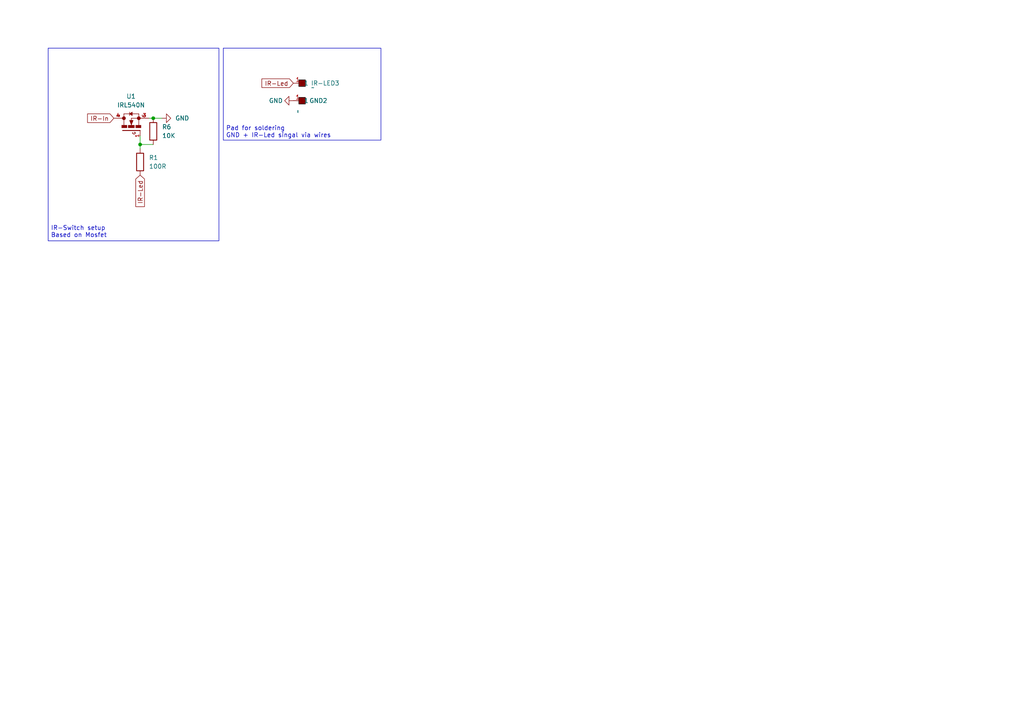
<source format=kicad_sch>
(kicad_sch (version 20250114) (generator "eeschema") (generator_version "9.0")
  (paper "A4")
  (lib_symbols
    (symbol "Device:R" (pin_numbers (hide yes)) (pin_names (offset 0))
      (property "Reference" "R" (at 2.032 0 90))
      (property "Value" "R" (at 0 0 90))
      (symbol "R_0_1"
        (rectangle (start -1.016 -2.54) (end 1.016 2.54) (stroke (width 0.254)))
      )
      (symbol "R_1_1"
        (pin passive line (at 0 3.81 270) (length 1.27) (name "~") (number "1"))
        (pin passive line (at 0 -3.81 90) (length 1.27) (name "~") (number "2"))
      )
    )
    (symbol "N-G:IRL540N" (pin_names (offset 1.016))
      (property "Reference" "U" (at 0.254 4.318 0))
      (property "Value" "IRL540N" (at 3.81 2.286 0))
      (symbol "IRL540N_0_0"
        (polyline (pts (xy -2.54 0) (xy -2.159 0)) (stroke (width 0.1524)))
        (polyline (pts (xy -2.54 -3.556) (xy 2.54 -3.556)) (stroke (width 0.254)))
        (polyline (pts (xy -2.159 1.27) (xy -2.159 0)) (stroke (width 0.1524)))
        (circle (center -2.159 0) (radius 0.127) (stroke (width 0.4064)))
        (polyline (pts (xy -2.159 0) (xy -2.159 -2.0066)) (stroke (width 0.1524)))
        (rectangle (start -1.27 -2.794) (end -2.794 -2.032) (stroke (width 0.1)) (fill (type outline)))
        (polyline (pts (xy -0.508 1.27) (xy -2.159 1.27)) (stroke (width 0.1524)))
        (polyline (pts (xy -0.508 1.27) (xy -0.508 1.778)) (stroke (width 0.1524)))
        (polyline (pts (xy -0.508 1.27) (xy 0.254 0.762) (xy 0.254 1.778) (xy -0.508 1.27)) (stroke (width 0.1524)) (fill (type outline)))
        (polyline (pts (xy -0.508 0.762) (xy -0.508 1.27)) (stroke (width 0.1524)))
        (polyline (pts (xy 0 0) (xy 2.159 0)) (stroke (width 0.1524)))
        (polyline (pts (xy 0 -1.905) (xy 0.508 -0.635) (xy -0.508 -0.635) (xy 0 -1.905)) (stroke (width 0.1524)) (fill (type outline)))
        (polyline (pts (xy 0 -2.159) (xy 0 0)) (stroke (width 0.1524)))
        (rectangle (start 0.889 -2.794) (end -0.889 -2.032) (stroke (width 0.1)) (fill (type outline)))
        (polyline (pts (xy 2.159 1.27) (xy 0.127 1.27)) (stroke (width 0.1524)))
        (polyline (pts (xy 2.159 1.27) (xy 2.159 0)) (stroke (width 0.1524)))
        (polyline (pts (xy 2.159 0) (xy 2.54 0)) (stroke (width 0.1524)))
        (circle (center 2.159 0) (radius 0.127) (stroke (width 0.4064)))
        (polyline (pts (xy 2.159 -2.032) (xy 2.159 0)) (stroke (width 0.1524)))
        (polyline (pts (xy 2.54 -3.556) (xy 2.54 -5.08)) (stroke (width 0.1524)))
        (rectangle (start 2.794 -2.794) (end 1.27 -2.032) (stroke (width 0.1)) (fill (type outline)))
        (text "D" (at -3.302 0.254 900) (effects (font (size 0.8128 0.8128)) (justify left bottom)))
        (text "G" (at 1.27 -4.826 900) (effects (font (size 0.8128 0.8128)) (justify left bottom)))
        (text "S" (at 4.064 0.254 900) (effects (font (size 0.8128 0.8128)) (justify left bottom)))
        (pin passive line (at 2.54 -5.08 90) (length 0) (name "~") (number "1"))
        (pin passive line (at 5.08 0 180) (length 2.54) (name "~") (number "3"))
      )
      (symbol "IRL540N_1_0"
        (pin passive line (at -5.08 0 0) (length 2.54) (name "~") (number "4"))
      )
    )
    (symbol "N-G:Pad-3.5mm"
      (property "Reference" "Pad1" (at 0.508 2.032 0))
      (symbol "Pad-3.5mm_1_1"
        (rectangle (start 0.3175 0.9525) (end 2.2225 -0.9525) (stroke (width 0) (color 0 0 0 1)) (fill (type color) (color 132 0 0 1)))
        (pin input line (at -1.27 0 0) (length 2.54) (name "1") (number "1"))
      )
    )
    (symbol "power:GND" (power) (pin_numbers (hide yes)) (pin_names (offset 0) (hide yes))
      (property "Value" "GND" (at 0 -3.81 0))
      (symbol "GND_0_1"
        (polyline (pts (xy 0 0) (xy 0 -1.27) (xy 1.27 -1.27) (xy 0 -2.54) (xy -1.27 -1.27) (xy 0 -1.27)))
      )
      (symbol "GND_1_1"
        (pin power_in line (at 0 0 270) (length 0) (name "~") (number "1"))
      )
    )
  )
  (rectangle (start 13.97 13.97) (end 63.5 69.85))
  (rectangle (start 64.77 13.97) (end 110.49 40.64))
  (text "Pad for soldering\nGND + IR-Led singal via wires" (at 65.532 38.354 0) (effects (font (size 1.27 1.27)) (justify left)))
  (text "IR-Switch setup \nBased on Mosfet" (at 14.732 67.31 0) (effects (font (size 1.27 1.27)) (justify left)))
  (junction (at 40.64 41.91))
  (junction (at 44.45 34.29))
  (wire (pts (xy 44.45 34.29) (xy 43.18 34.29)))
  (wire (pts (xy 40.64 41.91) (xy 40.64 39.37)))
  (wire (pts (xy 40.64 41.91) (xy 44.45 41.91)))
  (wire (pts (xy 46.99 34.29) (xy 44.45 34.29)))
  (wire (pts (xy 40.64 43.18) (xy 40.64 41.91)))
  (global_label "IR-Led" (shape input) (at 85.09 24.13 180) (property "Intersheetrefs" "${INTERSHEET_REFS}" (effects (hide yes))))
  (global_label "IR-Led" (shape input) (at 40.64 50.8 270) (property "Intersheetrefs" "${INTERSHEET_REFS}" (effects (hide yes))))
  (global_label "IR-In" (shape input) (at 33.02 34.29 180) (property "Intersheetrefs" "${INTERSHEET_REFS}" (effects (hide yes))))
  (symbol (lib_id "N-G:Pad-3.5mm") (at 86.36 29.21 0) (unit 1)
    (property "Reference" "GND2" (at 94.996 29.21 0) (effects (justify right)))
    (property "Value" "~" (at 86.36 31.75 90) (effects (justify right)))
    (property "Footprint" "N-G_board:Pad-3.5mm" (effects (hide yes)))
  )
  (symbol (lib_id "Device:R") (at 40.64 46.99 180) (unit 1)
    (property "Reference" "R1" (at 43.18 45.7199 0) (effects (justify right)))
    (property "Value" "100R" (at 43.18 48.2599 0) (effects (justify right)))
    (property "Footprint" "Resistor_SMD:R_0805_2012Metric_Pad1.20x1.40mm_HandSolder" (effects (hide yes)))
    (property "Description" "Resistor" (effects (hide yes)))
  )
  (symbol (lib_id "power:GND") (at 46.99 34.29 90) (unit 1)
    (property "Reference" "#PWR010" (effects (hide yes)))
    (property "Value" "GND" (at 50.8 34.2899 90) (effects (justify right)))
    (property "Description" "Power symbol creates a global label with name \"GND\" , ground" (effects (hide yes)))
  )
  (symbol (lib_id "Device:R") (at 44.45 38.1 180) (unit 1)
    (property "Reference" "R6" (at 46.99 36.8299 0) (effects (justify right)))
    (property "Value" "10K" (at 46.99 39.3699 0) (effects (justify right)))
    (property "Footprint" "Resistor_SMD:R_0805_2012Metric_Pad1.20x1.40mm_HandSolder" (effects (hide yes)))
    (property "Description" "Resistor" (effects (hide yes)))
  )
  (symbol (lib_id "N-G:Pad-3.5mm") (at 86.36 24.13 0) (unit 1)
    (property "Reference" "IR-LED3" (at 90.17 24.13 0) (effects (justify left)))
    (property "Value" "~" (at 90.17 25.4 0) (effects (justify left)))
    (property "Footprint" "N-G_board:Pad-3.5mm" (effects (hide yes)))
  )
  (symbol (lib_id "power:GND") (at 85.09 29.21 270) (unit 1)
    (property "Reference" "#PWR018" (effects (hide yes)))
    (property "Value" "GND" (at 80.01 29.21 90))
    (property "Description" "Power symbol creates a global label with name \"GND\" , ground" (effects (hide yes)))
  )
  (symbol (lib_id "N-G:IRL540N") (at 38.1 34.29 0) (unit 1)
    (property "Reference" "U1" (at 38.0172 27.94 0))
    (property "Value" "IRL540N" (at 38.0172 30.48 0))
    (property "Footprint" "N-G_board:TO254P1524X483-4N" (effects (hide yes)))
    (property "MF" "Infineon Technologies" (effects (hide yes)))
    (property "Description_1" "N-Channel 100 V 36A (Tc) 3.8W (Ta), 140W (Tc) Surface Mount D2PAK" (effects (hide yes)))
    (property "Package" "TO-220 Infineon" (effects (hide yes)))
    (property "Price" "None" (effects (hide yes)))
    (property "AUTOR" "Tux" (effects (hide yes)))
    (property "SnapEDA_Link" "https://www.snapeda.com/parts/IRL540N/Infineon/view-part/?ref=snap" (effects (hide yes)))
    (property "MP" "IRL540N" (effects (hide yes)))
    (property "REICHELT" "IRL 540N" (effects (hide yes)))
    (property "Availability" "Not in stock" (effects (hide yes)))
    (property "Check_prices" "https://www.snapeda.com/parts/IRL540N/Infineon/view-part/?ref=eda" (effects (hide yes)))
  )
)
</source>
